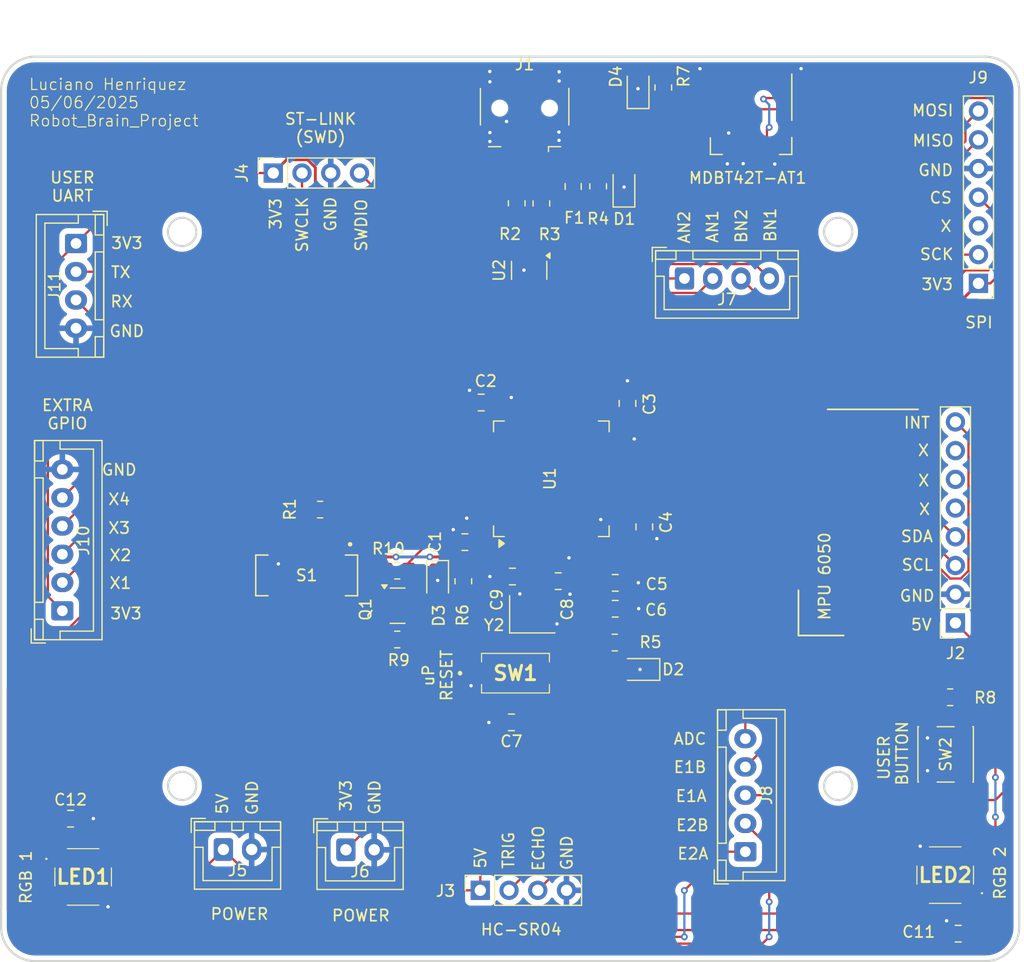
<source format=kicad_pcb>
(kicad_pcb (version 20241229) (generator "pcbnew") (generator_version "9.0")
  (layers (0 "F.Cu" signal) (2 "B.Cu" signal) (13 "F.Paste" user) (15 "B.Paste" user) (5 "F.SilkS" user "F.Silkscreen") (7 "B.SilkS" user "B.Silkscreen") (1 "F.Mask" user) (3 "B.Mask" user) (25 "Edge.Cuts" user))
  (net 0 "")
  (net 1 "unconnected-(U1-PA5-Pad21)")
  (net 2 "/PS2_SCK")
  (net 3 "/PS2_MISO")
  (net 5 "/PS2_CS")
  (net 6 "/PS2_MOSI")
  (net 7 "Net-(U1-PA1)")
  (net 9 "/X4")
  (net 10 "/X3")
  (net 11 "/X1")
  (net 12 "/X2")
  (net 13 "/USER_TX")
  (net 16 "/USER_RX")
  (net 21 "/RESET")
  (net 28 "+3V3")
  (net 29 "GND")
  (net 33 "Net-(R1-Pad2)")
  (net 34 "/BOOT")
  (net 35 "/OSC_OUT")
  (net 36 "/OSC_IN")
  (net 37 "Net-(D1-A)")
  (net 39 "/D+")
  (net 40 "/D-")
  (net 41 "Net-(J1-VBUS)")
  (net 42 "/USB_CONN_D+")
  (net 43 "/USB_CONN_D-")
  (net 44 "Vusb")
  (net 45 "/USB_D+")
  (net 46 "/USB_D-")
  (net 47 "Net-(D2-A)")
  (net 48 "Net-(D3-A)")
  (net 49 "/USER_LED")
  (net 51 "+5V")
  (net 52 "/IMU_INT")
  (net 54 "/IMU_I2C_SCL")
  (net 56 "/IMU_I2C_SDA")
  (net 65 "Net-(D4-A)")
  (net 66 "/BL_WAKEUP")
  (net 67 "/BL_RX")
  (net 68 "/BL_TX")
  (net 69 "Net-(MDBT42T-AT1-INDICATOR)")
  (net 70 "/ULTRA_TRIG")
  (net 71 "/ULTRA_ECHO")
  (net 72 "/SWCLK")
  (net 73 "/SWDIO")
  (net 74 "/uBUTTON")
  (net 75 "/BN1")
  (net 76 "/AN1")
  (net 77 "/AN2")
  (net 78 "/BN2")
  (net 79 "/E2A")
  (net 80 "/E2B")
  (net 81 "/E1A")
  (net 82 "/E1B")
  (net 83 "/PWR_ADC")
  (net 84 "Net-(LED1-DOUT)")
  (net 85 "Net-(LED1-DIN)")
  (net 87 "/RGB_DIN")
  (footprint "Resistor_SMD:R_0805_2012Metric_Pad1.20x1.40mm_HandSolder" (layer "F.Cu") (at 137.68 42.715 -90)
    (property "Reference" "R2")
    (property "Value" "22")
  )
  (footprint "Package_QFP:LQFP-64_10x10mm_P0.5mm" (layer "F.Cu") (at 140.74 67.085 90)
    (property "Reference" "U1")
    (property "Value" "STM32F103RCTx")
  )
  (footprint "Resistor_SMD:R_0805_2012Metric_Pad1.20x1.40mm_HandSolder" (layer "F.Cu") (at 127.1175 81.3 180)
    (property "Reference" "R9")
    (property "Value" "10k")
  )
  (footprint "Resistor_SMD:R_0805_2012Metric_Pad1.20x1.40mm_HandSolder" (layer "F.Cu") (at 139.86 42.735 90)
    (property "Reference" "R3")
    (property "Value" "22")
  )
  (footprint "Capacitor_SMD:C_0805_2012Metric_Pad1.18x1.45mm_HandSolder" (layer "F.Cu") (at 98.2375 97.15)
    (property "Reference" "C12")
    (property "Value" "0.1uF")
  )
  (footprint "Connector_JST:JST_XH_B2B-XH-A_1x02_P2.50mm_Vertical" (layer "F.Cu") (at 122.58 99.9)
    (property "Reference" "J6")
    (property "Value" "CONN_3V3")
  )
  (footprint "Connector_PinHeader_2.54mm:PinHeader_1x07_P2.54mm_Vertical" (layer "F.Cu") (at 178.5 49.8 180)
    (property "Reference" "J9")
    (property "Value" "CONN_PS2")
  )
  (footprint "Connector_JST:JST_XH_B5B-XH-A_1x05_P2.50mm_Vertical" (layer "F.Cu") (at 157.89 100.07 90)
    (property "Reference" "J8")
    (property "Value" "CONN_HAL")
  )
  (footprint "Connector_PinSocket_2.54mm:PinSocket_1x08_P2.54mm_Vertical" (layer "F.Cu") (at 176.465 79.835 180)
    (property "Reference" "J2")
    (property "Value" "CONN_MPU6050")
  )
  (footprint "LED_SMD:LED_0805_2012Metric_Pad1.15x1.40mm_HandSolder" (layer "F.Cu") (at 148.41 32.475 90)
    (property "Reference" "D4")
    (property "Value" "BL_IND_LED")
  )
  (footprint "Package_TO_SOT_SMD:SOT-23" (layer "F.Cu") (at 127.1475 78.31)
    (property "Reference" "Q1")
    (property "Value" "BSS138")
  )
  (footprint "LED_SMD:LED_0805_2012Metric_Pad1.15x1.40mm_HandSolder" (layer "F.Cu") (at 130.69 76.18 -90)
    (property "Reference" "D3")
    (property "Value" "USER_LED")
  )
  (footprint "Resistor_SMD:R_0805_2012Metric_Pad1.20x1.40mm_HandSolder" (layer "F.Cu") (at 146.3475 81.57)
    (property "Reference" "R5")
    (property "Value" "10k")
  )
  (footprint "RGB_LED:INPI55TATPRPGPB" (layer "F.Cu") (at 99.35 102.3)
    (property "Reference" "LED1")
    (property "Value" "IN-PI55TATPRPGPB" (hide yes))
  )
  (footprint "Fuse:Fuse_0805_2012Metric_Pad1.15x1.40mm_HandSolder" (layer "F.Cu") (at 142.67 41.235 -90)
    (property "Reference" "F1")
    (property "Value" "PTCSMD")
  )
  (footprint "Capacitor_SMD:C_0805_2012Metric_Pad1.18x1.45mm_HandSolder" (layer "F.Cu") (at 137.3 75.73 180)
    (property "Reference" "C9")
    (property "Value" "22pF")
  )
  (footprint "Resistor_SMD:R_0805_2012Metric_Pad1.20x1.40mm_HandSolder" (layer "F.Cu") (at 127.1175 75.21 180)
    (property "Reference" "R10")
    (property "Value" "10k")
  )
  (footprint "Connector_PinSocket_2.54mm:PinSocket_1x04_P2.54mm_Vertical" (layer "F.Cu") (at 116.16 40.04 90)
    (property "Reference" "J4")
    (property "Value" "CONN_SWD")
  )
  (footprint "Resistor_SMD:R_0805_2012Metric_Pad1.20x1.40mm_HandSolder" (layer "F.Cu") (at 176 86.41)
    (property "Reference" "R8")
    (property "Value" "10k")
  )
  (footprint "Connector_JST:JST_XH_B4B-XH-A_1x04_P2.50mm_Vertical" (layer "F.Cu") (at 98.72 46.27 -90)
    (property "Reference" "J11")
    (property "Value" "CONN_UART")
  )
  (footprint "MDBT42T-AT:MDBT42T" (layer "F.Cu") (at 158.4 32.8)
    (property "Reference" "MDBT42T-AT1" (hide yes))
    (property "Value" "MDBT42T-AT" (hide yes))
  )
  (footprint "Capacitor_SMD:C_0805_2012Metric_Pad1.18x1.45mm_HandSolder" (layer "F.Cu") (at 134.54 60.34 180)
    (property "Reference" "C2")
    (property "Value" "0.1uF")
  )
  (footprint "Resistor_SMD:R_0805_2012Metric_Pad1.20x1.40mm_HandSolder" (layer "F.Cu") (at 132.96 76.15 -90)
    (property "Reference" "R6")
    (property "Value" "10k")
  )
  (footprint "Resistor_SMD:R_0805_2012Metric_Pad1.20x1.40mm_HandSolder" (layer "F.Cu") (at 150.64 32.475 90)
    (property "Reference" "R7")
    (property "Value" "10k")
  )
  (footprint "Capacitor_SMD:C_0805_2012Metric_Pad1.18x1.45mm_HandSolder" (layer "F.Cu") (at 148.96 71.34 -90)
    (property "Reference" "C4")
    (property "Value" "0.1uF")
  )
  (footprint "Package_TO_SOT_SMD:SOT-23-6" (layer "F.Cu") (at 138.78 48.6475 -90)
    (property "Reference" "U2")
    (property "Value" "USBLC6-2SC6")
  )
  (footprint "Capacitor_SMD:C_0805_2012Metric_Pad1.18x1.45mm_HandSolder" (layer "F.Cu") (at 146.39 76.29)
    (property "Reference" "C5")
    (property "Value" "0.1uF")
  )
  (footprint "Connector_PinSocket_2.54mm:PinSocket_1x04_P2.54mm_Vertical" (layer "F.Cu") (at 134.46 103.485 90)
    (property "Reference" "J3")
    (property "Value" "CONN_ULTRA")
  )
  (footprint "Connector_JST:JST_XH_B4B-XH-A_1x04_P2.50mm_Vertical" (layer "F.Cu") (at 152.51 49.37)
    (property "Reference" "J7")
    (property "Value" "CONN_DRIVE")
  )
  (footprint "Crystal:Crystal_SMD_Abracon_ABM8G-4Pin_3.2x2.5mm" (layer "F.Cu") (at 139.0525 79.07)
    (property "Reference" "Y2")
    (property "Value" "16MHz")
  )
  (footprint "SW_uP_Reset:SW_uP_Reset" (layer "F.Cu") (at 137.57 84.28)
    (property "Reference" "SW1")
    (property "Value" "SW_uP_Reset" (hide yes))
  )
  (footprint "Capacitor_SMD:C_0805_2012Metric_Pad1.18x1.45mm_HandSolder" (layer "F.Cu") (at 146.39 78.58)
    (property "Reference" "C6")
    (property "Value" "10uF")
  )
  (footprint "Connector_JST:JST_XH_B2B-XH-A_1x02_P2.50mm_Vertical" (layer "F.Cu") (at 111.75 99.875)
    (property "Reference" "J5")
    (property "Value" "CONN_5V")
  )
  (footprint "LED_SMD:LED_0805_2012Metric_Pad1.15x1.40mm_HandSolder" (layer "F.Cu") (at 148.4675 83.95 180)
    (property "Reference" "D2")
    (property "Value" "uP_PWR_LED")
  )
  (footprint "Capacitor_SMD:C_0805_2012Metric_Pad1.18x1.45mm_HandSolder" (layer "F.Cu") (at 133.1 72.69 180)
    (property "Reference" "C1")
    (property "Value" "0.1uF")
  )
  (footprint "RGB_LED:INPI55TATPRPGPB" (layer "F.Cu") (at 175.56 102.14 180)
    (property "Reference" "LED2")
    (property "Value" "IN-PI55TATPRPGPB" (hide yes))
  )
  (footprint "Capacitor_SMD:C_0805_2012Metric_Pad1.18x1.45mm_HandSolder" (layer "F.Cu") (at 141.35 76.14)
    (property "Reference" "C8")
    (property "Value" "22pF")
  )
  (footprint "Resistor_SMD:R_0805_2012Metric_Pad1.20x1.40mm_HandSolder" (layer "F.Cu") (at 120.3 69.81 180)
    (property "Reference" "R1")
    (property "Value" "10k")
  )
  (footprint "Connector_JST:JST_XH_B6B-XH-A_1x06_P2.50mm_Vertical" (layer "F.Cu") (at 97.51 78.76 90)
    (property "Reference" "J10")
    (property "Value" "CONN_TRACK")
  )
  (footprint "Capacitor_SMD:C_0805_2012Metric_Pad1.18x1.45mm_HandSolder" (layer "F.Cu") (at 147.47 60.42 90)
    (property "Reference" "C3")
    (property "Value" "0.1uF")
  )
  (footprint "Button_Switch_SMD:SW_SPST_PTS647_Sx50" (layer "F.Cu") (at 175.6 91.46 -90)
    (property "Reference" "SW2")
    (property "Value" "SW_USER")
  )
  (footprint "LED_SMD:LED_0805_2012Metric_Pad1.15x1.40mm_HandSolder" (layer "F.Cu") (at 147.16 41.185 90)
    (property "Reference" "D1")
    (property "Value" "USB_PWR_LED")
  )
  (footprint "SW_uP_Boot:SW_uP_Boot" (layer "F.Cu") (at 119.11 75.63 180)
    (property "Reference" "S1")
    (property "Value" "JS202011SCQN")
  )
  (footprint "Capacitor_SMD:C_0805_2012Metric_Pad1.18x1.45mm_HandSolder" (layer "F.Cu") (at 176.71 107.32 180)
    (property "Reference" "C11")
    (property "Value" "0.1uF")
  )
  (footprint "Connector_USB:USB_Mini-B_Lumberg_2486_01_Horizontal" (layer "F.Cu") (at 138.38 34.3 180)
    (property "Reference" "J1")
    (property "Value" "USB_B_Mini")
  )
  (footprint "Capacitor_SMD:C_0805_2012Metric_Pad1.18x1.45mm_HandSolder" (layer "F.Cu") (at 137.21 88.63 180)
    (property "Reference" "C7")
    (property "Value" "0.01uF")
  )
  (footprint "Resistor_SMD:R_0805_2012Metric_Pad1.20x1.40mm_HandSolder" (layer "F.Cu") (at 144.88 41.215 90)
    (property "Reference" "R4")
    (property "Value" "10k")
  )
  (gr_line (start 162.585 80.945) (end 166.585 80.945) (stroke (width 0.15)) (layer "F.SilkS"))
  (gr_line (start 162.585 80.945) (end 162.585 76.945) (stroke (width 0.15)) (layer "F.SilkS"))
  (gr_line (start 173.165 60.945) (end 165.165 60.945) (stroke (width 0.15)) (layer "F.SilkS"))
  (gr_arc (start 179.1 29.750001) (mid 181.22132 30.628681) (end 182.1 32.750001) (stroke (width 0.2)) (layer "Edge.Cuts"))
  (gr_arc (start 182.1 106.750001) (mid 181.22132 108.871321) (end 179.1 109.750001) (stroke (width 0.2)) (layer "Edge.Cuts"))
  (gr_line (start 179.1 29.750001) (end 95.100001 29.750001) (stroke (width 0.2)) (layer "Edge.Cuts"))
  (gr_circle (center 108.1 94.250001) (end 109.35 94.250001) (stroke (width 0.2)) (fill no) (layer "Edge.Cuts"))
  (gr_circle (center 108.1 45.250001) (end 109.35 45.250001) (stroke (width 0.2)) (fill no) (layer "Edge.Cuts"))
  (gr_line (start 179.1 109.750001) (end 95.100001 109.750001) (stroke (width 0.2)) (layer "Edge.Cuts"))
  (gr_arc (start 95.100001 109.750001) (mid 92.97868 108.871321) (end 92.1 106.75) (stroke (width 0.2)) (layer "Edge.Cuts"))
  (gr_arc (start 92.1 32.750002) (mid 92.97868 30.628681) (end 95.100001 29.750001) (stroke (width 0.2)) (layer "Edge.Cuts"))
  (gr_line (start 182.1 106.750001) (end 182.1 32.750001) (stroke (width 0.2)) (layer "Edge.Cuts"))
  (gr_circle (center 166.1 94.250001) (end 167.35 94.250001) (stroke (width 0.2)) (fill no) (layer "Edge.Cuts"))
  (gr_circle (center 166.1 45.250001) (end 167.35 45.250001) (stroke (width 0.2)) (fill no) (layer "Edge.Cuts"))
  (gr_line (start 92.1 106.75) (end 92.1 32.750002) (stroke (width 0.2)) (layer "Edge.Cuts"))
  (gr_text "5V" (at 111.65 95.84 90) (layer "F.SilkS") (effects (font (size 1 1))))
  (gr_text "X2" (at 102.65 73.85 0) (layer "F.SilkS") (effects (font (size 1 1))))
  (gr_text "Luciano Henriquez\n05/06/2025\nRobot_Brain_Project" (at 94.5 36 0) (layer "F.SilkS") (effects (font (size 1 1) (thickness 0.1)) (justify left bottom)))
  (gr_text "ECHO" (at 139.6 99.77 90) (layer "F.SilkS") (effects (font (size 1 1))))
  (gr_text "E1B" (at 153 92.59 0) (layer "F.SilkS") (effects (font (size 1 1))))
  (gr_text "AN1" (at 154.98 44.77 90) (layer "F.SilkS") (effects (font (size 1 1))))
  (gr_text "X" (at 173.73 69.78 0) (layer "F.SilkS") (effects (font (size 1 1))))
  (gr_text "GND" (at 121.22 43.68 90) (layer "F.SilkS") (effects (font (size 1 1))))
  (gr_text "MOSI" (at 174.46 34.51 0) (layer "F.SilkS") (effects (font (size 1 1))))
  (gr_text "3V3" (at 103.22 46.24 0) (layer "F.SilkS") (effects (font (size 1 1))))
  (gr_text "E2A" (at 153.25 100.25 0) (layer "F.SilkS") (effects (font (size 1 1))))
  (gr_text "TX" (at 102.68 48.82 0) (layer "F.SilkS") (effects (font (size 1 1))))
  (gr_text "GND" (at 103.21 54.03 0) (layer "F.SilkS") (effects (font (size 1 1))))
  (gr_text "HC-SR04" (at 138.08 106.96 0) (layer "F.SilkS") (effects (font (size 1 1))))
  (gr_text "3V3" (at 116.37 43.65 90) (layer "F.SilkS") (effects (font (size 1 1))))
  (gr_text "E1A" (at 153.1 95.15 0) (layer "F.SilkS") (effects (font (size 1 1))))
  (gr_text "X" (at 175.63 44.74 0) (layer "F.SilkS") (effects (font (size 1 1))))
  (gr_text "RX" (at 102.75 51.41 0) (layer "F.SilkS") (effects (font (size 1 1))))
  (gr_text "X4" (at 102.54 68.9 0) (layer "F.SilkS") (effects (font (size 1 1))))
  (gr_text "SCL" (at 173.1 74.7 0) (layer "F.SilkS") (effects (font (size 1 1))))
  (gr_text "SDA" (at 173.06 72.18 0) (layer "F.SilkS") (effects (font (size 1 1))))
  (gr_text "POWER" (at 123.9 105.72 0) (layer "F.SilkS") (effects (font (size 1 1))))
  (gr_text "GND" (at 125.12 95.26 90) (layer "F.SilkS") (effects (font (size 1 1))))
  (gr_text "3V3" (at 174.86 49.89 0) (layer "F.SilkS") (effects (font (size 1 1))))
  (gr_text "GND" (at 114.29 95.3 90) (layer "F.SilkS") (effects (font (size 1 1))))
  (gr_text "3V3" (at 103.14 79 0) (layer "F.SilkS") (effects (font (size 1 1))))
  (gr_text "MPU 6050" (at 165.485 79.685 90) (layer "F.SilkS") (effects (font (size 1 1)) (justify left bottom)))
  (gr_text "ADC" (at 153 90.09 0) (layer "F.SilkS") (effects (font (size 1 1))))
  (gr_text "uP \nRESET " (at 130.68 84.1 90) (layer "F.SilkS") (effects (font (size 1 1))))
  (gr_text "RGB 1" (at 94.29 102.33 90) (layer "F.SilkS") (effects (font (size 1 1))))
  (gr_text "5V" (at 173.45 79.99 0) (layer "F.SilkS") (effects (font (size 1 1))))
  (gr_text "INT" (at 173.06 62.13 0) (layer "F.SilkS") (effects (font (size 1 1))))
  (gr_text "SWDIO" (at 123.94 44.66 90) (layer "F.SilkS") (effects (font (size 1 1))))
  (gr_text "GND" (at 173.08 77.44 0) (layer "F.SilkS") (effects (font (size 1 1))))
  (gr_text "3V3" (at 122.58 95.11 90) (layer "F.SilkS") (effects (font (size 1 1))))
  (gr_text "SCK" (at 174.81 47.23 0) (layer "F.SilkS") (effects (font (size 1 1))))
  (gr_text "USER\nUART" (at 98.4 41.25 0) (layer "F.SilkS") (effects (font (size 1 1))))
  (gr_text "TRIG" (at 136.95 99.95 90) (layer "F.SilkS") (effects (font (size 1 1))))
  (gr_text "EXTRA\nGPIO" (at 97.96 61.39 0) (layer "F.SilkS") (effects (font (size 1 1))))
  (gr_text "GND\n" (at 174.72 39.79 0) (layer "F.SilkS") (effects (font (size 1 1))))
  (gr_text "GND" (at 102.54 66.29 0) (layer "F.SilkS") (effects (font (size 1 1))))
  (gr_text "X3" (at 102.54 71.44 0) (layer "F.SilkS") (effects (font (size 1 1))))
  (gr_text "X1" (at 102.65 76.31 0) (layer "F.SilkS") (effects (font (size 1 1))))
  (gr_text "X" (at 173.66 67.24 0) (layer "F.SilkS") (effects (font (size 1 1))))
  (gr_text "CS" (at 175.17 42.23 0) (layer "F.SilkS") (effects (font (size 1 1))))
  (gr_text "USER \nBUTTON" (at 170.95 91.37 90) (layer "F.SilkS") (effects (font (size 1 1))))
  (gr_text "BN1" (at 160.1 44.63 90) (layer "F.SilkS") (effects (font (size 1 1))))
  (gr_text "MISO" (at 174.49 37.18 0) (layer "F.SilkS") (effects (font (size 1 1))))
  (gr_text "X" (at 173.64 64.57 0) (layer "F.SilkS") (effects (font (size 1 1))))
  (gr_text "SPI" (at 178.54 53.26 0) (layer "F.SilkS") (effects (font (size 1 1))))
  (gr_text "MDBT42T-AT1" (at 158.1 40.47 0) (layer "F.SilkS") (effects (font (size 1 1))))
  (gr_text "GND" (at 142.11 100.17 90) (layer "F.SilkS") (effects (font (size 1 1))))
  (gr_text "AN2" (at 152.49 44.83 90) (layer "F.SilkS") (effects (font (size 1 1))))
  (gr_text "SWCLK" (at 118.71 44.6 90) (layer "F.SilkS") (effects (font (size 1 1))))
  (gr_text "ST-LINK\n(SWD)" (at 120.34 36.06 0) (layer "F.SilkS") (effects (font (size 1 1))))
  (gr_text "5V" (at 134.48 100.64 90) (layer "F.SilkS") (effects (font (size 1 1))))
  (gr_text "POWER" (at 113.17 105.59 0) (layer "F.SilkS") (effects (font (size 1 1))))
  (gr_text "RGB 2" (at 180.4 101.94 90) (layer "F.SilkS") (effects (font (size 1 1))))
  (gr_text "E2B" (at 153.21 97.73 0) (layer "F.SilkS") (effects (font (size 1 1))))
  (gr_text "BN2" (at 157.54 44.72 90) (layer "F.SilkS") (effects (font (size 1 1))))
  (segment (start 146.415 68.835) (end 146.415 68.884) (width 0.2) (layer "F.Cu") (net 1))
  (segment (start 146.415 68.884) (end 146.5 68.884) (width 0.2) (layer "F.Cu") (net 1))
  (segment (start 145.1342 54) (end 169 54) (width 0.2) (layer "F.Cu") (net 2))
  (segment (start 175.74 47.26) (end 178.5 47.26) (width 0.2) (layer "F.Cu") (net 2))
  (segment (start 143.99 61.41) (end 143.99 55.1442) (width 0.2) (layer "F.Cu") (net 2))
  (segment (start 169 54) (end 175.74 47.26) (width 0.2) (layer "F.Cu") (net 2))
  (segment (start 143.99 55.1442) (end 145.1342 54) (width 0.2) (layer "F.Cu") (net 2))
  (segment (start 146.03355 52.53355) (end 143.5 55.0671) (width 0.2) (layer "F.Cu") (net 3))
  (segment (start 143.5 55.0671) (end 143.5 56) (width 0.2) (layer "F.Cu") (net 3))
  (segment (start 178.5 37.1) (end 163.06645 52.53355) (width 0.2) (layer "F.Cu") (net 3))
  (segment (start 143.49 56.01) (end 143.49 61.41) (width 0.2) (layer "F.Cu") (net 3))
  (segment (start 143.5 56) (end 143.49 56.01) (width 0.2) (layer "F.Cu") (net 3))
  (segment (start 163.06645 52.53355) (end 146.03355 52.53355) (width 0.2) (layer "F.Cu") (net 3))
  (segment (start 180 43.68) (end 180 48) (width 0.2) (layer "F.Cu") (net 5))
  (segment (start 177.349 48.649) (end 179.351 48.649) (width 0.2) (layer "F.Cu") (net 5))
  (segment (start 180 48) (end 179.351 48.649) (width 0.2) (layer "F.Cu") (net 5))
  (segment (start 178.5 42.18) (end 180 43.68) (width 0.2) (layer "F.Cu") (net 5))
  (segment (start 161.569 54.5) (end 172.5 54.5) (width 0.2) (layer "F.Cu") (net 5))
  (segment (start 155.5 60.569) (end 161.569 54.5) (width 0.2) (layer "F.Cu") (net 5))
  (segment (start 155.5 60.569) (end 145.331 60.569) (width 0.2) (layer "F.Cu") (net 5))
  (segment (start 145.331 60.569) (end 144.49 61.41) (width 0.2) (layer "F.Cu") (net 5))
  (segment (start 172.5 54.5) (end 172.5 53.498) (width 0.2) (layer "F.Cu") (net 5))
  (segment (start 172.5 53.498) (end 177.349 48.649) (width 0.2) (layer "F.Cu") (net 5))
  (segment (start 155.5981 60.569) (end 155.5 60.569) (width 0.2) (layer "F.Cu") (net 5))
  (segment (start 142.99 55.01) (end 142.99 61.41) (width 0.2) (layer "F.Cu") (net 6))
  (segment (start 162.5671 52) (end 146 52) (width 0.2) (layer "F.Cu") (net 6))
  (segment (start 177.349 37.2181) (end 162.5671 52) (width 0.2) (layer "F.Cu") (net 6))
  (segment (start 146 52) (end 142.99 55.01) (width 0.2) (layer "F.Cu") (net 6))
  (segment (start 178.5 34.56) (end 177.349 35.711) (width 0.2) (layer "F.Cu") (net 6))
  (segment (start 177.349 35.711) (end 177.349 37.2181) (width 0.2) (layer "F.Cu") (net 6))
  (segment (start 143.99 72.76) (end 144.49 72.76) (width 0.254) (layer "F.Cu") (net 7))
  (segment (start 97.51 68.76) (end 100.935 65.335) (width 0.2) (layer "F.Cu") (net 9))
  (segment (start 100.935 65.335) (end 135.065 65.335) (width 0.2) (layer "F.Cu") (net 9))
  (segment (start 102.935 65.835) (end 135.065 65.835) (width 0.2) (layer "F.Cu") (net 10))
  (segment (start 97.51 71.26) (end 102.935 65.835) (width 0.2) (layer "F.Cu") (net 10))
  (segment (start 97.51 76.26) (end 106.935 66.835) (width 0.2) (layer "F.Cu") (net 11))
  (segment (start 106.935 66.835) (end 135.065 66.835) (width 0.2) (layer "F.Cu") (net 11))
  (segment (start 97.51 73.76) (end 104.935 66.335) (width 0.2) (layer "F.Cu") (net 12))
  (segment (start 104.935 66.335) (end 135.065 66.335) (width 0.2) (layer "F.Cu") (net 12))
  (segment (start 123.835 64.335) (end 135.065 64.335) (width 0.2) (layer "F.Cu") (net 13))
  (segment (start 108.27 48.77) (end 123.835 64.335) (width 0.2) (layer "F.Cu") (net 13))
  (segment (start 98.72 48.77) (end 108.27 48.77) (width 0.2) (layer "F.Cu") (net 13))
  (segment (start 112.285 64.835) (end 135.065 64.835) (width 0.2) (layer "F.Cu") (net 16))
  (segment (start 98.72 51.27) (end 112.285 64.835) (width 0.2) (layer "F.Cu") (net 16))
  (segment (start 143.728608 81.471392) (end 143.728608 75.271392) (width 0.2) (layer "F.Cu") (net 21))
  (segment (start 141.102176 74.681) (end 139.99 73.568824) (width 0.2) (layer "F.Cu") (net 21))
  (segment (start 139.99 73.568824) (end 139.99 72.76) (width 0.2) (layer "F.Cu") (net 21))
  (segment (start 138.2475 86.9525) (end 140.92 84.28) (width 0.2) (layer "F.Cu") (net 21))
  (segment (start 143.728608 75.271392) (end 143.138216 74.681) (width 0.2) (layer "F.Cu") (net 21))
  (segment (start 138.2475 88.63) (end 138.2475 86.9525) (width 0.2) (layer "F.Cu") (net 21))
  (segment (start 140.92 84.28) (end 143.728608 81.471392) (width 0.2) (layer "F.Cu") (net 21))
  (segment (start 143.138216 74.681) (end 141.102176 74.681) (width 0.2) (layer "F.Cu") (net 21))
  (segment (start 127.0185 79.830968) (end 127.2485 79.600968) (width 0.2) (layer "F.Cu") (net 28))
  (segment (start 159.591 33.409) (end 179.408 33.409) (width 0.2) (layer "F.Cu") (net 28))
  (segment (start 147.295 63.335) (end 147.47 63.16) (width 0.254) (layer "F.Cu") (net 28))
  (segment (start 159.8 36.2) (end 160 36) (width 0.2) (layer "F.Cu") (net 28))
  (segment (start 123.7875 72.88) (end 124.95375 74.04625) (width 0.2) (layer "F.Cu") (net 28))
  (segment (start 133.78 71.21) (end 133.78 72.3325) (width 0.254) (layer "F.Cu") (net 28))
  (segment (start 177.05384 95.5) (end 180 95.5) (width 0.2) (layer "F.Cu") (net 28))
  (segment (start 181 56) (end 178.4 53.4) (width 0.2) (layer "F.Cu") (net 28))
  (segment (start 145.3525 78.58) (end 145.3525 76.29) (width 0.508) (layer "F.Cu") (net 28))
  (segment (start 135.6475 60.27) (end 135.5775 60.34) (width 0.254) (layer "F.Cu") (net 28))
  (segment (start 148.4925 69.835) (end 148.96 70.3025) (width 0.254) (layer "F.Cu") (net 28))
  (segment (start 132.8275 74) (end 130 74) (width 0.254) (layer "F.Cu") (net 28))
  (segment (start 159.8 38) (end 159.8 36.2) (width 0.2) (layer "F.Cu") (net 28))
  (segment (start 117.338 38.862) (end 116.16 40.04) (width 0.254) (layer "F.Cu") (net 28))
  (segment (start 147.47 63.16) (end 147.47 61.4575) (width 0.254) (layer "F.Cu") (net 28))
  (segment (start 142.99 72.76) (end 142.99 70.305) (width 0.254) (layer "F.Cu") (net 28))
  (segment (start 124.95375 74.04625) (end 126.1175 75.21) (width 0.2) (layer "F.Cu") (net 28))
  (segment (start 174.9 53.4) (end 178.5 49.8) (width 0.254) (layer "F.Cu") (net 28))
  (segment (start 175 93.44616) (end 177.05384 95.5) (width 0.2) (layer "F.Cu") (net 28))
  (segment (start 142.99 70.305) (end 142.52 69.835) (width 0.254) (layer "F.Cu") (net 28))
  (segment (start 181 94.5) (end 181 56) (width 0.2) (layer "F.Cu") (net 28))
  (segment (start 180 95.5) (end 181 94.5) (width 0.2) (layer "F.Cu") (net 28))
  (segment (start 166.8425 61.4575) (end 174.9 53.4) (width 0.254) (layer "F.Cu") (net 28))
  (segment (start 136.66 60.27) (end 135.6475 60.27) (width 0.254) (layer "F.Cu") (net 28))
  (segment (start 136.99 61.41) (end 136.99 60.6) (width 0.254) (layer "F.Cu") (net 28))
  (segment (start 175 86.41) (end 175 93.44616) (width 0.2) (layer "F.Cu") (net 28))
  (segment (start 144.93 69.385) (end 144.48 69.835) (width 0.254) (layer "F.Cu") (net 28))
  (segment (start 179.408 33.409) (end 180.401 34.402) (width 0.2) (layer "F.Cu") (net 28))
  (segment (start 142.99 73.9275) (end 145.3525 76.29) (width 0.254) (layer "F.Cu") (net 28))
  (segment (start 180.401 48.949) (end 179.55 49.8) (width 0.2) (layer "F.Cu") (net 28))
  (segment (start 126.21 77.36) (end 126.21 75.3025) (width 0.2) (layer "F.Cu") (net 28))
  (segment (start 122.58 99.9) (end 127.0185 95.4615) (width 0.2) (layer "F.Cu") (net 28))
  (segment (start 145.155 63.335) (end 144.93 63.56) (width 0.254) (layer "F.Cu") (net 28))
  (segment (start 121.61 72.88) (end 123.7875 72.88) (width 0.2) (layer "F.Cu") (net 28))
  (segment (start 104.95 40.04) (end 116.16 40.04) (width 0.2) (layer "F.Cu") (net 28))
  (segment (start 122.6 99.9) (end 123 99.5) (width 0.2) (layer "F.Cu") (net 28))
  (segment (start 136.99 60.6) (end 136.66 60.27) (width 0.254) (layer "F.Cu") (net 28))
  (segment (start 135.5775 60.34) (end 119.878 44.6405) (width 0.254) (layer "F.Cu") (net 28))
  (segment (start 133.78 72.3325) (end 134.1375 72.69) (width 0.254) (layer "F.Cu") (net 28))
  (segment (start 119.878 44.6405) (end 119.878 39.552056) (width 0.254) (layer "F.Cu") (net 28))
  (segment (start 144.48 69.835) (end 142.52 69.835) (width 0.254) (layer "F.Cu") (net 28))
  (segment (start 144.93 63.56) (end 144.93 69.385) (width 0.254) (layer "F.Cu") (net 28))
  (segment (start 147.47 61.4575) (end 166.8425 61.4575) (width 0.254) (layer "F.Cu") (net 28))
  (segment (start 137.615 69.835) (end 136.99 69.21) (width 0.254) (layer "F.Cu") (net 28))
  (segment (start 159.5 33.5) (end 159.591 33.409) (width 0.2) (layer "F.Cu") (net 28))
  (segment (start 96.234 48.756) (end 98.72 46.27) (width 0.2) (layer "F.Cu") (net 28))
  (segment (start 127.2485 79.600968) (end 127.2485 78.919032) (width 0.2) (layer "F.Cu") (net 28))
  (segment (start 136.99 69.21) (end 136.99 61.41) (width 0.254) (layer "F.Cu") (net 28))
  (segment (start 142.99 72.76) (end 142.99 73.9275) (width 0.254) (layer "F.Cu") (net 28))
  (segment (start 127 74) (end 125 74) (width 0.254) (layer "F.Cu") (net 28))
  (segment (start 145.3475 78.585) (end 145.3525 78.58) (width 0.508) (layer "F.Cu") (net 28))
  (segment (start 180.401 34.402) (end 180.401 48.949) (width 0.2) (layer "F.Cu") (net 28))
  (segment (start 145.3475 81.57) (end 145.3475 78.585) (width 0.508) (layer "F.Cu") (net 28))
  (segment (start 136.99 69.21) (end 136.99 70.45) (width 0.254) (layer "F.Cu") (net 28))
  (segment (start 119.878 39.552056) (end 119.187944 38.862) (width 0.254) (layer "F.Cu") (net 28))
  (segment (start 122.58 99.9) (end 122.6 99.9) (width 0.2) (layer "F.Cu") (net 28))
  (segment (start 134.155 70.835) (end 133.78 71.21) (width 0.254) (layer "F.Cu") (net 28))
  (segment (start 146.415 69.835) (end 148.4925 69.835) (width 0.254) (layer "F.Cu") (net 28))
  (segment (start 119.187944 38.862) (end 117.338 38.862) (width 0.254) (layer "F.Cu") (net 28))
  (segment (start 125 74) (end 124.95375 74.04625) (width 0.254) (layer "F.Cu") (net 28))
  (segment (start 146.415 63.335) (end 147.295 63.335) (width 0.254) (layer "F.Cu") (net 28))
  (segment (start 127.2485 78.919032) (end 126.21 77.880532) (width 0.2) (layer "F.Cu") (net 28))
  (segment (start 178.4 53.4) (end 174.9 53.4) (width 0.2) (layer "F.Cu") (net 28))
  (segment (start 96.234 77.484) (end 96.234 48.756) (width 0.2) (layer "F.Cu") (net 28))
  (segment (start 97.51 78.76) (end 96.234 77.484) (width 0.2) (layer "F.Cu") (net 28))
  (segment (start 136.605 70.835) (end 135.065 70.835) (width 0.254) (layer "F.Cu") (net 28))
  (segment (start 98.72 46.27) (end 104.95 40.04) (width 0.2) (layer "F.Cu") (net 28))
  (segment (start 127.0185 95.4615) (end 127.0185 79.830968) (width 0.2) (layer "F.Cu") (net 28))
  (segment (start 146.415 69.835) (end 144.48 69.835) (width 0.254) (layer "F.Cu") (net 28))
  (segment (start 135.065 70.835) (end 134.155 70.835) (width 0.254) (layer "F.Cu") (net 28))
  (segment (start 146.415 63.335) (end 145.155 63.335) (width 0.254) (layer "F.Cu") (net 28))
  (segment (start 126.21 77.880532) (end 126.21 77.36) (width 0.2) (layer "F.Cu") (net 28))
  (segment (start 142.52 69.835) (end 137.615 69.835) (width 0.254) (layer "F.Cu") (net 28))
  (segment (start 126.21 75.3025) (end 126.1175 75.21) (width 0.2) (layer "F.Cu") (net 28))
  (segment (start 179.55 49.8) (end 178.5 49.8) (width 0.2) (layer "F.Cu") (net 28))
  (segment (start 134.1375 72.69) (end 132.8275 74) (width 0.254) (layer "F.Cu") (net 28))
  (segment (start 136.99 70.45) (end 136.605 70.835) (width 0.254) (layer "F.Cu") (net 28))
  (via (at 127 74) (size 0.6) (drill 0.3) (layers "F.Cu" "B.Cu") (net 28))
  (via (at 160 36) (size 0.6) (drill 0.3) (layers "F.Cu" "B.Cu") (net 28))
  (via (at 130 74) (size 0.6) (drill 0.3) (layers "F.Cu" "B.Cu") (net 28))
  (via (at 159.5 33.5) (size 0.6) (drill 0.3) (layers "F.Cu" "B.Cu") (net 28))
  (segment (start 130 74) (end 127 74) (width 0.254) (layer "B.Cu") (net 28))
  (segment (start 160 36) (end 160 34) (width 0.2) (layer "B.Cu") (net 28))
  (segment (start 160 34) (end 159.5 33.5) (width 0.2) (layer "B.Cu") (net 28))
  (segment (start 145.465 70.335) (end 145.11 70.69) (width 0.254) (layer "F.Cu") (net 29))
  (segment (start 137.96 77.27) (end 137.96 78.2125) (width 0.508) (layer "F.Cu") (net 29))
  (segment (start 148.43 76.28) (end 147.4375 76.28) (width 0.508) (layer "F.Cu") (net 29))
  (segment (start 173.36 99.59) (end 173.35 99.58) (width 0.508) (layer "F.Cu") (net 29))
  (segment (start 135.31 75.73) (end 136.2625 75.73) (width 0.508) (layer "F.Cu") (net 29))
  (segment (start 160.5 39.24) (end 160.49 39.25) (width 0.381) (layer "F.Cu") (net 29))
  (segment (start 175.6725 106.1875) (end 175.68 106.18) (width 0.508) (layer "F.Cu") (net 29))
  (segment (start 100.24 97.15) (end 100.25 97.14) (width 0.508) (layer "F.Cu") (net 29))
  (segment (start 135.065 70.335) (end 133.495 70.335) (width 0.254) (layer "F.Cu") (net 29))
  (segment (start 174 88.835) (end 174 90) (width 0.508) (layer "F.Cu") (net 29))
  (segment (start 160.5 38) (end 160.5 39.24) (width 0.381) (layer "F.Cu") (net 29))
  (segment (start 173.36 100.54) (end 173.36 99.59) (width 0.508) (layer "F.Cu") (net 29))
  (segment (start 137.96 78.2125) (end 137.9525 78.22) (width 0.508) (layer "F.Cu") (net 29))
  (segment (start 147.4375 78.57) (end 147.4275 78.58) (width 0.508) (layer "F.Cu") (net 29))
  (segment (start 141.24 79.92) (end 140.1525 79.92) (width 0.508) (layer "F.Cu") (net 29))
  (segment (start 136.1725 88.63) (end 135.23 88.63) (width 0.508) (layer "F.Cu") (net 29))
  (segment (start 138.78 48.17) (end 138.32 48.63) (width 0.254) (layer "F.Cu") (net 29))
  (segment (start 148.41 33.5) (end 148.41 32.595) (width 0.508) (layer "F.Cu") (net 29))
  (segment (start 138.78 47.51) (end 138.78 48.17) (width 0.254) (layer "F.Cu") (net 29))
  (segment (start 135.23 88.63) (end 135.22 88.64) (width 0.508) (layer "F.Cu") (net 29))
  (segment (start 133.51 60.3325) (end 133.5025 60.34) (width 0.508) (layer "F.Cu") (net 29))
  (segment (start 137.49 61.41) (end 137.49 60.18) (width 0.254) (layer "F.Cu") (net 29))
  (segment (start 133.495 70.335) (end 133.26 70.57) (width 0.254) (layer "F.Cu") (net 29))
  (segment (start 142.39 76.1425) (end 142.3875 76.14) (width 0.508) (layer "F.Cu") (net 29))
  (segment (start 137.49 60.18) (end 137.2 59.89) (width 0.254) (layer "F.Cu") (net 29))
  (segment (start 132.07 71.58) (end 132.07 72.6825) (width 0.508) (layer "F.Cu") (net 29))
  (segment (start 146.415 63.835) (end 147.795 63.835) (width 0.254) (layer "F.Cu") (net 29))
  (segment (start 132.07 72.6825) (end 132.0625 72.69) (width 0.508) (layer "F.Cu") (net 29))
  (segment (start 155.2 30.8) (end 155.18 30.82) (width 0.381) (layer "F.Cu") (net 29))
  (segment (start 147.795 63.835) (end 148.07 63.56) (width 0.254) (layer "F.Cu") (net 29))
  (segment (start 133.64 85.39) (end 133.64 84.86) (width 0.508) (layer "F.Cu") (net 29))
  (segment (start 174 94.085) (end 174 92.9) (width 0.508) (layer "F.Cu") (net 29))
  (segment (start 136.78 37) (end 136.78 35.48) (width 0.381) (layer "F.Cu") (net 29))
  (segment (start 116.61 74.61) (end 116.61 72.88) (width 0.508) (layer "F.Cu") (net 29))
  (segment (start 155.2 36.5) (end 156.42 36.5) (width 0.381) (layer "F.Cu") (net 29))
  (segment (start 155.18 30.82) (end 153.88 30.82) (width 0.381) (layer "F.Cu") (net 29))
  (segment (start 147.17 42.2) (end 147.16 42.21) (width 0.508) (layer "F.Cu") (net 29))
  (segment (start 174 90) (end 173.99 90.01) (width 0.508) (layer "F.Cu") (net 29))
  (segment (start 142.39 77.29) (end 142.39 76.1425) (width 0.508) (layer "F.Cu") (net 29))
  (segment (start 148.9625 72.38) (end 148.96 72.3775) (width 0.508) (layer "F.Cu") (net 29))
  (segment (start 130.69 76.07) (end 130.69 75.155) (width 0.508) (layer "F.Cu") (net 29))
  (segment (start 156.3 38) (end 156.3 39.23) (width 0.381) (layer "F.Cu") (net 29))
  (segment (start 157.7 38) (end 157.7 39.21) (width 0.381) (layer "F.Cu") (net 29))
  (segment (start 147.47 58.42) (end 147.47 59.3825) (width 0.508) (layer "F.Cu") (net 29))
  (segment (start 142.49 72.76) (end 142.49 73.89) (width 0.254) (layer "F.Cu") (net 29))
  (segment (start 133.51 59.26) (end 133.51 60.3325) (width 0.508) (layer "F.Cu") (net 29))
  (segment (start 148.58 83.95) (end 149.4925 83.95) (width 0.508) (layer "F.Cu") (net 29))
  (segment (start 175.6725 107.32) (end 175.6725 106.1875) (width 0.508) (layer "F.Cu") (net 29))
  (segment (start 147.17 41.28) (end 147.17 42.2) (width 0.508) (layer "F.Cu") (net 29))
  (segment (start 133.64 84.86) (end 134.22 84.28) (width 0.508) (layer "F.Cu") (net 29))
  (segment (start 101.55 103.9) (end 101.55 104.94) (width 0.508) (layer "F.Cu") (net 29))
  (segment (start 142.49 73.89) (end 142.3 74.08) (width 0.254) (layer "F.Cu") (net 29))
  (segment (start 147.4375 76.28) (end 147.4275 76.29) (width 0.508) (layer "F.Cu") (net 29))
  (segment (start 146.415 70.335) (end 145.465 70.335) (width 0.254) (layer "F.Cu") (net 29))
  (segment (start 148.46 78.57) (end 147.4375 78.57) (width 0.508) (layer "F.Cu") (net 29))
  (segment (start 148.41 32.595) (end 148.4 32.585) (width 0.508) (layer "F.Cu") (net 29))
  (segment (start 161.6 30.8) (end 162.81 30.8) (width 0.381) (layer "F.Cu") (net 29))
  (segment (start 150.07 72.38) (end 148.9625 72.38) (width 0.508) (layer "F.Cu") (net 29))
  (segment (start 162.81 30.8) (end 162.82 30.81) (width 0.381) (layer "F.Cu") (net 29))
  (segment (start 99.275 97.15) (end 100.24 97.15) (width 0.508) (layer "F.Cu") (net 29))
  (via (at 135.3 31.06) (size 0.6) (drill 0.3) (layers "F.Cu" "B.Cu") (net 29))
  (via (at 135.31 31.97) (size 0.6) (drill 0.3) (layers "F.Cu" "B.Cu") (net 29))
  (via (at 138.32 48.63) (size 0.6) (drill 0.3) (layers "F.Cu" "B.Cu") (net 29))
  (via (at 101.55 104.94) (size 0.6) (drill 0.3) (layers "F.Cu" "B.Cu") (net 29))
  (via (at 136.78 35.48) (size 0.6) (drill 0.3) (layers "F.Cu" "B.Cu") (net 29))
  (via (at 137.2 59.89) (size 0.6) (drill 0.3) (layers "F.Cu" "B.Cu") (net 29))
  (via (at 135.31 36.46) (size 0.6) (drill 0.3) (layers "F.Cu" "B.Cu") (net 29))
  (via (at 100.25 97.14) (size 0.6) (drill 0.3) (layers "F.Cu" "B.Cu") (net 29))
  (via (at 148.43 76.28) (size 0.6) (drill 0.3) (layers "F.Cu" "B.Cu") (net 29))
  (via (at 133.26 70.57) (size 0.6) (drill 0.3) (layers "F.Cu" "B.Cu") (net 29))
  (via (at 160.49 39.25) (size 0.6) (drill 0.3) (layers "F.Cu" "B.Cu") (net 29))
  (via (at 156.3 39.23) (size 0.6) (drill 0.3) (layers "F.Cu" "B.Cu") (net 29))
  (via (at 135.31 75.73) (size 0.6) (drill 0.3) (layers "F.Cu" "B.Cu") (net 29))
  (via (at 141.24 79.92) (size 0.6) (drill 0.3) (layers "F.Cu" "B.Cu") (net 29))
  (via (at 116.61 74.61) (size 0.6) (drill 0.3) (layers "F.Cu" "B.Cu") (net 29))
  (via (at 162.82 30.81) (size 0.6) (drill 0.3) (layers "F.Cu" "B.Cu") (net 29))
  (via (at 150.07 72.38) (size 0.6) (drill 0.3) (layers "F.Cu" "B.Cu") (net 29))
  (via (at 174 92.9) (size 0.6) (drill 0.3) (layers "F.Cu" "B.Cu") (net 29))
  (via (at 132.07 71.58) (size 0.6) (drill 0.3) (layers "F.Cu" "B.Cu") (net 29))
  (via (at 133.64 85.39) (size 0.6) (drill 0.3) (layers "F.Cu" "B.Cu") (net 29))
  (via (at 141.41 36.42) (size 0.6) (drill 0.3) (layers "F.Cu" "B.Cu") (net 29))
  (via (at 145.11 70.69) (size 0.6) (drill 0.3) (layers "F.Cu" "B.Cu") (net 29))
  (via (at 173.35 99.58) (size 0.6) (drill 0.3) (layers "F.Cu" "B.Cu") (net 29))
  (via (at 153.88 30.82) (size 0.6) (drill 0.3) (layers "F.Cu" "B.Cu") (net 29))
  (via (at 148.58 83.95) (size 0.6) (drill 0.3) (layers "F.Cu" "B.Cu") (net 29))
  (via (at 135.22 88.64) (size 0.6) (drill 0.3) (layers "F.Cu" "B.Cu") (net 29))
  (via (at 141.42 37.15) (size 0.6) (drill 0.3) (layers "F.Cu" "B.Cu") (net 29))
  (via (at 141.43 31.9) (size 0.6) (drill 0.3) (layers "F.Cu" "B.Cu") (net 29))
  (via (at 141.43 31.09) (size 0.6) (drill 0.3) (layers "F.Cu" "B.Cu") (net 29))
  (via (at 157.7 39.21) (size 0.6) (drill 0.3) (layers "F.Cu" "B.Cu") (net 29))
  (via (at 175.68 106.18) (size 0.6) (drill 0.3) (layers "F.Cu" "B.Cu") (net 29))
  (via (at 148.46 78.57) (size 0.6) (drill 0.3) (layers "F.Cu" "B.Cu") (net 29))
  (via (at 137.96 77.27) (size 0.6) (drill 0.3) (layers "F.Cu" "B.Cu") (net 29))
  (via (at 148.07 63.56) (size 0.6) (drill 0.3) (layers "F.Cu" "B.Cu") (net 29))
  (via (at 148.4 32.585) (size 0.6) (drill 0.3) (layers "F.Cu" "B.Cu") (net 29))
  (via (at 156.42 36.5) (size 0.6) (drill 0.3) (layers "F.Cu" "B.Cu") (net 29))
  (via (at 130.69 76.07) (size 0.6) (drill 0.3) (layers "F.Cu" "B.Cu") (net 29))
  (via (at 133.51 59.26) (size 0.6) (drill 0.3) (layers "F.Cu" "B.Cu") (net 29))
  (via (at 142.39 77.29) (size 0.6) (drill 0.3) (layers "F.Cu" "B.Cu") (net 29))
  (via (at 173.99 90.01) (size 0.6) (drill 0.3) (layers "F.Cu" "B.Cu") (net 29))
  (via (at 142.3 74.08) (size 0.6) (drill 0.3) (layers "F.Cu" "B.Cu") (net 29))
  (via (at 147.47 58.42) (size 0.6) (drill 0.3) (layers "F.Cu" "B.Cu") (net 29))
  (via (at 135.31 37.25) (size 0.6) (drill 0.3) (layers "F.Cu" "B.Cu") (net 29))
  (via (at 147.17 41.28) (size 0.6) (drill 0.3) (layers "F.Cu" "B.Cu") (net 29))
  (segment (start 119.11 72.88) (end 119.11 70) (width 0.2) (layer "F.Cu") (net 33))
  (segment (start 119.11 70) (end 119.3 69.81) (width 0.2) (layer "F.Cu") (net 33))
  (segment (start 121.3 69.81) (end 122.275 68.835) (width 0.2) (layer "F.Cu") (net 34))
  (segment (start 122.275 68.835) (end 135.065 68.835) (width 0.2) (layer "F.Cu") (net 34))
  (segment (start 140.3125 75.0325) (end 140.3125 76.14) (width 0.254) (layer "F.Cu") (net 35))
  (segment (start 139.49 74.21) (end 140.3125 75.0325) (width 0.254) (layer "F.Cu") (net 35))
  (segment (start 140.3125 78.06) (end 140.1525 78.22) (width 0.254) (layer "F.Cu") (net 35))
  (segment (start 139.49 72.76) (end 139.49 74.21) (width 0.254) (layer "F.Cu") (net 35))
  (segment (start 140.3125 76.14) (end 140.3125 78.06) (width 0.254) (layer "F.Cu") (net 35))
  (segment (start 138.69 79.92) (end 139.03 79.58) (width 0.254) (layer "F.Cu") (net 36))
  (segment (start 137.9525 79.92) (end 138.69 79.92) (width 0.254) (layer "F.Cu") (net 36))
  (segment (start 138.99 73.83) (end 138.41 74.41) (width 0.254) (layer "F.Cu") (net 36))
  (segment (start 139.03 76.4225) (end 138.3375 75.73) (width 0.254) (layer "F.Cu") (net 36))
  (segment (start 138.41 74.41) (end 138.41 75.6575) (width 0.254) (layer "F.Cu") (net 36))
  (segment (start 139.03 79.58) (end 139.03 76.4225) (width 0.254) (layer "F.Cu") (net 36))
  (segment (start 138.99 72.76) (end 138.99 73.83) (width 0.254) (layer "F.Cu") (net 36))
  (segment (start 138.41 75.6575) (end 138.3375 75.73) (width 0.254) (layer "F.Cu") (net 36))
  (segment (start 147.105 40.215) (end 144.88 40.215) (width 0.508) (layer "F.Cu") (net 37))
  (segment (start 147.16 40.16) (end 147.105 40.215) (width 0.508) (layer "F.Cu") (net 37))
  (segment (start 138.555 38.675001) (end 138.555 40.095) (width 0.2) (layer "F.Cu") (net 39))
  (segment (start 138.38 38.500001) (end 138.555 38.675001) (width 0.2) (layer "F.Cu") (net 39))
  (segment (start 138.38 37) (end 138.38 38.500001) (width 0.2) (layer "F.Cu") (net 39))
  (segment (start 138.555 40.095) (end 137.68 40.97) (width 0.2) (layer "F.Cu") (net 39))
  (segment (start 137.68 40.97) (end 137.68 41.715) (width 0.2) (layer "F.Cu") (net 39))
  (segment (start 139.18 38.500001) (end 139.005 38.675001) (width 0.2) (layer "F.Cu") (net 40))
  (segment (start 139.005 40.095) (end 139.86 40.95) (width 0.2) (layer "F.Cu") (net 40))
  (segment (start 139.86 40.95) (end 139.86 41.735) (width 0.2) (layer "F.Cu") (net 40))
  (segment (start 139.18 37) (end 139.18 38.500001) (width 0.2) (layer "F.Cu") (net 40))
  (segment (start 139.005 38.675001) (end 139.005 40.095) (width 0.2) (layer "F.Cu") (net 40))
  (segment (start 139.98 37) (end 139.98 38.59) (width 0.381) (layer "F.Cu") (net 41))
  (segment (start 140.33 38.94) (end 142.3 38.94) (width 0.381) (layer "F.Cu") (net 41))
  (segment (start 142.3 38.94) (end 142.67 39.31) (width 0.381) (layer "F.Cu") (net 41))
  (segment (start 142.67 39.31) (end 142.67 40.21) (width 0.381) (layer "F.Cu") (net 41))
  (segment (start 139.98 38.59) (end 140.33 38.94) (width 0.381) (layer "F.Cu") (net 41))
  (segment (start 138.554999 45.998197) (end 137.83 46.723196) (width 0.2) (layer "F.Cu") (net 42))
  (segment (start 137.83 46.723196) (end 137.83 47.51) (width 0.2) (layer "F.Cu") (net 42))
  (segment (start 137.68 43.715) (end 138.554999 44.589999) (width 0.2) (layer "F.Cu") (net 42))
  (segment (start 138.554999 44.589999) (end 138.554999 45.998197) (width 0.2) (layer "F.Cu") (net 42))
  (segment (start 139.73 46.536802) (end 139.73 47.51) (width 0.2) (layer "F.Cu") (net 43))
  (segment (start 139.005001 45.811803) (end 139.73 46.536802) (width 0.2) (layer "F.Cu") (net 43))
  (segment (start 139.005001 44.589999) (end 139.005001 45.811803) (width 0.2) (layer "F.Cu") (net 43))
  (segment (start 139.86 43.735) (end 139.005001 44.589999) (width 0.2) (layer "F.Cu") (net 43))
  (segment (start 138.78 49.23) (end 139.34 48.67) (width 0.254) (layer "F.Cu") (net 44))
  (segment (start 139.34 48.67) (end 142.29 48.67) (width 0.254) (layer "F.Cu") (net 44))
  (segment (start 142.29 48.67) (end 142.67 48.29) (width 0.254) (layer "F.Cu") (net 44))
  (segment (start 138.78 49.785) (end 138.78 49.23) (width 0.254) (layer "F.Cu") (net 44))
  (segment (start 142.715 42.215) (end 142.67 42.26) (width 0.508) (layer "F.Cu") (net 44))
  (segment (start 144.88 42.215) (end 142.715 42.215) (width 0.508) (layer "F.Cu") (net 44))
  (segment (start 142.67 48.29) (end 142.67 42.26) (width 0.254) (layer "F.Cu") (net 44))
  (segment (start 137.83 50.778751) (end 137.83 49.785) (width 0.2) (layer "F.Cu") (net 45))
  (segment (start 138.49 60.247499) (end 138.515 60.222499) (width 0.2) (layer "F.Cu") (net 45))
  (segment (start 138.49 61.41) (end 138.49 60.247499) (width 0.2) (layer "F.Cu") (net 45))
  (segment (start 137.83 50.778751) (end 138.515 51.46375) (width 0.2) (layer "F.Cu") (net 45))
  (segment (start 138.515 60.222499) (end 138.515 51.46375) (width 0.2) (layer "F.Cu") (net 45))
  (segment (start 138.965 51.543751) (end 139.73 50.778751) (width 0.2) (layer "F.Cu") (net 46))
  (segment (start 138.99 60.247499) (end 138.965 60.222499) (width 0.2) (layer "F.Cu") (net 46))
  (segment (start 139.73 50.778751) (end 139.73 49.785) (width 0.2) (layer "F.Cu") (net 46))
  (segment (start 138.965 60.222499) (end 138.965 51.543751) (width 0.2) (layer "F.Cu") (net 46))
  (segment (start 138.99 61.41) (end 138.99 60.247499) (width 0.2) (layer "F.Cu") (net 46))
  (segment (start 147.3475 83.855) (end 147.4425 83.95) (width 0.508) (layer "F.Cu") (net 47))
  (segment (start 147.3475 81.57) (end 147.3475 83.855) (width 0.508) (layer "F.Cu") (net 47))
  (segment (start 130.745 77.15) (end 130.69 77.205) (width 0.254) (layer "F.Cu") (net 48))
  (segment (start 132.96 77.15) (end 130.745 77.15) (width 0.254) (layer "F.Cu") (net 48))
  (segment (start 134.274 73.836) (end 137.222824 73.836) (width 0.2) (layer "F.Cu") (net 49))
  (segment (start 137.222824 73.836) (end 137.49 73.568824) (width 0.2) (layer "F.Cu") (net 49))
  (segment (start 132.96 75.15) (end 134.274 73.836) (width 0.2) (layer "F.Cu") (net 49))
  (segment (start 137.49 73.568824) (end 137.49 72.76) (width 0.2) (layer "F.Cu") (net 49))
  (segment (start 96.349 106.349) (end 97 107) (width 0.2) (layer "F.Cu") (net 51))
  (segment (start 177.76 104.24) (end 177.7475 104.2525) (width 0.2) (layer "F.Cu") (net 51))
  (segment (start 180 101.5) (end 177.76 103.74) (width 0.2) (layer "F.Cu") (net 51))
  (segment (start 97.15 100.7) (end 96.349 101.501) (width 0.2) (layer "F.Cu") (net 51))
  (segment (start 110.124 101.501) (end 97.951 101.501) (width 0.2) (layer "F.Cu") (net 51))
  (segment (start 97.951 101.501) (end 97.15 100.7) (width 0.2) (layer "F.Cu") (net 51))
  (segment (start 177.76 103.74) (end 177.76 104.24) (width 0.2) (layer "F.Cu") (net 51))
  (segment (start 180 97) (end 180 101.5) (width 0.2) (layer "F.Cu") (net 51))
  (segment (start 177.06 103.74) (end 177.76 103.74) (width 0.2) (layer "F.Cu") (net 51))
  (segment (start 111.75 99.875) (end 115.36 103.485) (width 0.2) (layer "F.Cu") (net 51))
  (segment (start 115.36 103.485) (end 134.46 103.485) (width 0.2) (layer "F.Cu") (net 51))
  (segment (start 180 83.37) (end 180 93.5) (width 0.2) (layer "F.Cu") (net 51))
  (segment (start 176.465 79.835) (end 180 83.37) (width 0.2) (layer "F.Cu") (net 51))
  (segment (start 97.15 97.2) (end 97.2 97.15) (width 0.2) (layer "F.Cu") (net 51))
  (segment (start 173.8 107) (end 177.06 103.74) (width 0.2) (layer "F.Cu") (net 51))
  (segment (start 97 107) (end 173.8 107) (width 0.2) (layer "F.Cu") (net 51))
  (segment (start 134.46 87.6425) (end 128.1175 81.3) (width 0.2) (layer "F.Cu") (net 51))
  (segment (start 134.46 103.485) (end 134.46 87.6425) (width 0.2) (layer "F.Cu") (net 51))
  (segment (start 96.349 101.501) (end 96.349 106.349) (width 0.2) (layer "F.Cu") (net 51))
  (segment (start 177.7475 104.2525) (end 177.7475 107.32) (width 0.2) (layer "F.Cu") (net 51))
  (segment (start 97.15 100.7) (end 97.15 97.2) (width 0.2) (layer "F.Cu") (net 51))
  (segment (start 111.75 99.875) (end 110.124 101.501) (width 0.2) (layer "F.Cu") (net 51))
  (via (at 180 93.5) (size 0.6) (drill 0.3) (layers "F.Cu" "B.Cu") (net 51))
  (via (at 180 97) (size 0.6) (drill 0.3) (layers "F.Cu" "B.Cu") (net 51))
  (segment (start 180 93.5) (end 180 97) (width 0.2) (layer "B.Cu") (net 51))
  (segment (start 175.98824 75.906) (end 176.94176 75.906) (width 0.2) (layer "F.Cu") (net 52))
  (segment (start 177.616 75.23176) (end 177.616 63.206) (width 0.2) (layer "F.Cu") (net 52))
  (segment (start 146.415 65.335) (end 165.41724 65.335) (width 0.2) (layer "F.Cu") (net 52))
  (segment (start 165.41724 65.335) (end 175.98824 75.906) (width 0.2) (layer "F.Cu") (net 52))
  (segment (start 176.94176 75.906) (end 177.616 75.23176) (width 0.2) (layer "F.Cu") (net 52))
  (segment (start 177.616 63.206) (end 176.465 62.055) (width 0.2) (layer "F.Cu") (net 52))
  (segment (start 166.545 64.835) (end 176.465 74.755) (width 0.2) (layer "F.Cu") (net 54))
  (segment (start 146.415 64.835) (end 166.545 64.835) (width 0.2) (layer "F.Cu") (net 54))
  (segment (start 168.585 64.335) (end 146.415 64.335) (width 0.2) (layer "F.Cu") (net 56))
  (segment (start 176.465 72.215) (end 168.585 64.335) (width 0.2) (layer "F.Cu") (net 56))
  (segment (start 148.475 31.475) (end 150.64 31.475) (width 0.2) (layer "F.Cu") (net 65))
  (segment (start 148.45 31.45) (end 148.475 31.475) (width 0.2) (layer "F.Cu") (net 65))
  (segment (start 148.41 31.45) (end 148.45 31.45) (width 0.2) (layer "F.Cu") (net 65))
  (segment (start 163.5 41) (end 153.1342 41) (width 0.2) (layer "F.Cu") (net 66))
  (segment (start 165 39.5) (end 163.5 41) (width 0.2) (layer "F.Cu") (net 66))
  (segment (start 165 36) (end 165 39.5) (width 0.2) (layer "F.Cu") (net 66))
  (segment (start 153.1342 41) (end 140.49 53.6442) (width 0.2) (layer "F.Cu") (net 66))
  (segment (start 163.4 34.4) (end 165 36) (width 0.2) (layer "F.Cu") (net 66))
  (segment (start 140.49 53.6442) (end 140.49 61.41) (width 0.2) (layer "F.Cu") (net 66))
  (segment (start 155.2 34.4) (end 163.4 34.4) (width 0.2) (layer "F.Cu") (net 66))
  (segment (start 139.99 53.5771) (end 139.99 61.41) (width 0.2) (layer "F.Cu") (net 67))
  (segment (start 148.901 41.199) (end 148.901 44.6661) (width 0.2) (layer "F.Cu") (net 67))
  (segment (start 154.3 35.8) (end 148.901 41.199) (width 0.2) (layer "F.Cu") (net 67))
  (segment (start 148.901 44.6661) (end 139.99 53.5771) (width 0.2) (layer "F.Cu") (net 67))
  (segment (start 155.2 35.8) (end 154.3 35.8) (width 0.2) (layer "F.Cu") (net 67))
  (segment (start 139.441 53.559) (end 139.441 61.361) (width 0.2) (layer "F.Cu") (net 68))
  (segment (start 148.5 40.9) (end 148.5 44.5) (width 0.2) (layer "F.Cu") (net 68))
  (segment (start 148.5 44.5) (end 139.441 53.559) (width 0.2) (layer "F.Cu") (net 68))
  (segment (start 139.441 61.361) (end 139.49 61.41) (width 0.2) (layer "F.Cu") (net 68))
  (segment (start 155.2 35.1) (end 154.3 35.1) (width 0.2) (layer "F.Cu") (net 68))
  (segment (start 154.3 35.1) (end 148.5 40.9) (width 0.2) (layer "F.Cu") (net 68))
  (segment (start 150.865 33.7) (end 150.64 33.475) (width 0.2) (layer "F.Cu") (net 69))
  (segment (start 155.2 33.7) (end 150.865 33.7) (width 0.2) (layer "F.Cu") (net 69))
  (segment (start 143.49 72.76) (end 143.49 73.568824) (width 0.2) (layer "F.Cu") (net 70))
  (segment (start 146.4465 94.0385) (end 137 103.485) (width 0.2) (layer "F.Cu") (net 70))
  (segment (start 146.4465 75.78534) (end 146.4465 94.0385) (width 0.2) (layer "F.Cu") (net 70))
  (segment (start 143.49 73.568824) (end 145.185176 75.264) (width 0.2) (layer "F.Cu") (net 70))
  (segment (start 145.92516 75.264) (end 146.4465 75.78534) (width 0.2) (layer "F.Cu") (net 70))
  (segment (start 145.185176 75.264) (end 145.92516 75.264) (width 0.2) (layer "F.Cu") (net 70))
  (segment (start 150.3685 75.38466) (end 146.415 71.43116) (width 0.2) (layer "F.Cu") (net 71))
  (segment (start 139.54 103.485) (end 139.985 103.485) (width 0.2) (layer "F.Cu") (net 71))
  (segment (start 139.985 103.485) (end 140 103.5) (width 0.2) (layer "F.Cu") (net 71))
  (segment (start 139.54 103.485) (end 150.3685 92.6565) (width 0.2) (layer "F.Cu") (net 71))
  (segment (start 150.3685 92.6565) (end 150.3685 75.38466) (width 0.2) (layer "F.Cu") (net 71))
  (segment (start 146.415 71.43116) (end 146.415 70.835) (width 0.2) (layer "F.Cu") (net 71))
  (segment (start 133.335 63.335) (end 135.065 63.335) (width 0.2) (layer "F.Cu") (net 72))
  (segment (start 118.7 40.04) (end 118.7 48.7) (width 0.2) (layer "F.Cu") (net 72))
  (segment (start 118.7 48.7) (end 133.335 63.335) (width 0.2) (layer "F.Cu") (net 72))
  (segment (start 123.78 40.04) (end 137.99 54.25) (width 0.2) (layer "F.Cu") (net 73))
  (segment (start 137.99 54.25) (end 137.99 61.41) (width 0.2) (layer "F.Cu") (net 73))
  (segment (start 156.925 66.335) (end 146.415 66.335) (width 0.2) (layer "F.Cu") (net 74))
  (segment (start 177.2 88.835) (end 177.2 94.085) (width 0.2) (layer "F.Cu") (net 74))
  (segment (start 177 86.41) (end 156.925 66.335) (width 0.2) (layer "F.Cu") (net 74))
  (segment (start 177.2 88.835) (end 177.2 86.61) (width 0.2) (layer "F.Cu") (net 74))
  (segment (start 177.2 86.61) (end 177 86.41) (width 0.2) (layer "F.Cu") (net 74))
  (segment (start 158.734 48.094) (end 147.906 48.094) (width 0.2) (layer "F.Cu") (net 75))
  (segment (start 141.49 54.51) (end 141.49 61.41) (width 0.2) (layer "F.Cu") (net 75))
  (segment (start 160.01 49.37) (end 158.734 48.094) (width 0.2) (layer "F.Cu") (net 75))
  (segment (start 147.906 48.094) (end 141.49 54.51) (width 0.2) (layer "F.Cu") (net 75))
  (segment (start 153.734 50.646) (end 146.4882 50.646) (width 0.2) (layer "F.Cu") (net 76))
  (segment (start 142.441 61.361) (end 142.49 61.41) (width 0.2) (layer "F.Cu") (net 76))
  (segment (start 146.4882 50.646) (end 142.441 54.6932) (width 0.2) (layer "F.Cu") (net 76))
  (segment (start 142.441 54.6932) (end 142.441 61.361) (width 0.2) (layer "F.Cu") (net 76))
  (segment (start 155.01 49.37) (end 153.734 50.646) (width 0.2) (layer "F.Cu") (net 76))
  (segment (start 147.1971 49.37) (end 141.99 54.5771) (width 0.2) (layer "F.Cu") (net 77))
  (segment (start 152.51 49.37) (end 147.1971 49.37) (width 0.2) (layer "F.Cu") (net 77))
  (segment (start 141.99 54.5771) (end 141.99 61.41) (width 0.2) (layer "F.Cu") (net 77))
  (segment (start 164 47.5) (end 163 46.5) (width 0.2) (layer "F.Cu") (net 78))
  (segment (start 148.5 46.5) (end 140.99 54.01) (width 0.2) (layer "F.Cu") (net 78))
  (segment (start 159.14 51) (end 163 51) (width 0.2) (layer "F.Cu") (net 78))
  (segment (start 157.51 49.37) (end 159.14 51) (width 0.2) (layer "F.Cu") (net 78))
  (segment (start 163 51) (end 164 50) (width 0.2) (layer "F.Cu") (net 78))
  (segment (start 163 46.5) (end 148.5 46.5) (width 0.2) (layer "F.Cu") (net 78))
  (segment (start 140.99 54.01) (end 140.99 61.41) (width 0.2) (layer "F.Cu") (net 78))
  (segment (start 164 50) (end 164 47.5) (width 0.2) (layer "F.Cu") (net 78))
  (segment (start 157.89 100.07) (end 155.93 100.07) (width 0.2) (layer "F.Cu") (net 79))
  (segment (start 152.5 107.6) (end 96.6 107.6) (width 0.2) (layer "F.Cu") (net 79))
  (segment (start 94.5 105.5) (end 94.5 85.5) (width 0.2) (layer "F.Cu") (net 79))
  (segment (start 111.665 68.335) (end 135.065 68.335) (width 0.2) (layer "F.Cu") (net 79))
  (segment (start 96.6 107.6) (end 94.5 105.5) (width 0.2) (layer "F.Cu") (net 79))
  (segment (start 155.93 100.07) (end 152.5 103.5) (width 0.2) (layer "F.Cu") (net 79))
  (segment (start 94.5 85.5) (end 111.665 68.335) (width 0.2) (layer "F.Cu") (net 79))
  (via (at 152.5 107.6) (size 0.6) (drill 0.3) (layers "F.Cu" "B.Cu") (net 79))
  (via (at 152.5 103.5) (size 0.6) (drill 0.3) (layers "F.Cu" "B.Cu") (net 79))
  (segment (start 152.5 103.5) (end 152.5 107.6) (width 0.2) (layer "B.Cu") (net 79))
  (segment (start 92.701 85.68016) (end 110.54616 67.835) (width 0.2) (layer "F.Cu") (net 80))
  (segment (start 160 107.6) (end 159.399 108.201) (width 0.2) (layer "F.Cu") (net 80))
  (segment (start 157.89 97.57) (end 160 99.68) (width 0.2) (layer "F.Cu") (net 80))
  (segment (start 160 99.68) (end 160 104.5) (width 0.2) (layer "F.Cu") (net 80))
  (segment (start 92.701 105.201) (end 92.701 85.68016) (width 0.2) (layer "F.Cu") (net 80))
  (segment (start 95.701 108.201) (end 92.701 105.201) (width 0.2) (layer "F.Cu") (net 80))
  (segment (start 159.399 108.201) (end 95.701 108.201) (width 0.2) (layer "F.Cu") (net 80))
  (segment (start 110.54616 67.835) (end 135.065 67.835) (width 0.2) (layer "F.Cu") (net 80))
  (via (at 160 104.5) (size 0.6) (drill 0.3) (layers "F.Cu" "B.Cu") (net 80))
  (via (at 160 107.6) (size 0.6) (drill 0.3) (layers "F.Cu" "B.Cu") (net 80))
  (segment (start 160 104.5) (end 160 107.6) (width 0.2) (layer "B.Cu") (net 80))
  (segment (start 160.43 95.07) (end 157.89 95.07) (width 0.2) (layer "F.Cu") (net 81))
  (segment (start 162 93.5) (end 160.43 95.07) (width 0.2) (layer "F.Cu") (net 81))
  (segment (start 146.415 67.835) (end 150.835 67.835) (width 0.2) (layer "F.Cu") (net 81))
  (segment (start 162 79) (end 162 93.5) (width 0.2) (layer "F.Cu") (net 81))
  (segment (start 150.835 67.835) (end 162 79) (width 0.2) (layer "F.Cu") (net 81))
  (segment (start 161.46645 88.99355) (end 157.89 92.57) (width 0.2) (layer "F.Cu") (net 82))
  (segment (start 146.415 68.335) (end 150.7679 68.335) (width 0.2) (layer "F.Cu") (net 82))
  (segment (start 161.46645 79.03355) (end 161.46645 88.99355) (width 0.2) (layer "F.Cu") (net 82))
  (segment (start 150.7679 68.335) (end 161.46645 79.03355) (width 0.2) (layer "F.Cu") (net 82))
  (segment (start 157.89 77.63384) (end 157.89 90.07) (width 0.2) (layer "F.Cu") (net 83))
  (segment (start 149.59116 69.335) (end 157.89 77.63384) (width 0.2) (layer "F.Cu") (net 83))
  (segment (start 146.415 69.335) (end 149.59116 69.335) (width 0.2) (layer "F.Cu") (net 83))
  (segment (start 97.15 103.9) (end 98.791 105.541) (width 0.2) (layer "F.Cu") (net 84))
  (segment (start 171.559 105.541) (end 173.36 103.74) (width 0.2) (layer "F.Cu") (net 84))
  (segment (start 98.791 105.541) (end 171.559 105.541) (width 0.2) (layer "F.Cu") (net 84))
  (segment (start 101.55 100.7) (end 106.7175 100.7) (width 0.2) (layer "F.Cu") (net 85))
  (segment (start 126.21 79.26) (end 126.21 81.2075) (width 0.2) (layer "F.Cu") (net 85))
  (segment (start 126.21 81.2075) (end 126.1175 81.3) (width 0.2) (layer "F.Cu") (net 85))
  (segment (start 106.7175 100.7) (end 126.1175 81.3) (width 0.2) (layer "F.Cu") (net 85))
  (segment (start 128.1175 75.21) (end 128.1175 74.51) (width 0.2) (layer "F.Cu") (net 87))
  (segment (start 132.7925 69.835) (end 135.065 69.835) (width 0.2) (layer "F.Cu") (net 87))
  (segment (start 128.085 75.2425) (end 128.1175 75.21) (width 0.2) (layer "F.Cu") (net 87))
  (segment (start 128.1175 74.51) (end 132.7925 69.835) (width 0.2) (layer "F.Cu") (net 87))
  (segment (start 128.085 78.31) (end 128.085 75.2425) (width 0.2) (layer "F.Cu") (net 87))
  (zone (net 29) (net_name "GND") (layer "F.Cu") (priority 1) (connect_pads yes (clearance 0.5)) (min_thickness 0.25) (fill yes (thermal_gap 0.5) (thermal_bridge_width 0.5))
    (polygon (pts (xy 140.99 35.94) (xy 140.99 37.84) (xy 142 37.84) (xy 141.98 35.99) (xy 141.98 35.94)))
  )
  (zone (net 29) (net_name "GND") (layer "F.Cu") (priority 1) (connect_pads yes (clearance 0.5)) (min_thickness 0.25) (fill yes (thermal_gap 0.5) (thermal_bridge_width 0.5))
    (polygon (pts (xy 141.08 30.53) (xy 141.08 32.43) (xy 142.09 32.43) (xy 142.07 30.58) (xy 142.07 30.53)))
  )
  (zone (net 29) (net_name "GND") (layer "F.Cu") (priority 1) (connect_pads yes (clearance 0.5)) (min_thickness 0.25) (fill yes (thermal_gap 0.5) (thermal_bridge_width 0.5))
    (polygon (pts (xy 134.77 35.94) (xy 134.77 37.84) (xy 135.78 37.84) (xy 135.76 35.99) (xy 135.76 35.94)))
  )
  (zone (net 29) (net_name "GND") (layer "F.Cu") (priority 1) (connect_pads yes (clearance 0.5)) (min_thickness 0.25) (fill yes (thermal_gap 0.5) (thermal_bridge_width 0.5))
    (polygon (pts (xy 134.72 30.54) (xy 134.72 32.44) (xy 135.73 32.44) (xy 135.71 30.59) (xy 135.71 30.54)))
  )
  (zone (net 29) (net_name "GND") (layer "B.Cu") (connect_pads (clearance 0.5)) (min_thickness 0.25) (fill yes (thermal_gap 0.5) (thermal_bridge_width 0.5))
    (polygon (pts (xy 92.1 29.750001) (xy 182.1 29.750001) (xy 182.1 109.750001) (xy 92.1 109.750001)))
  )
)
</source>
